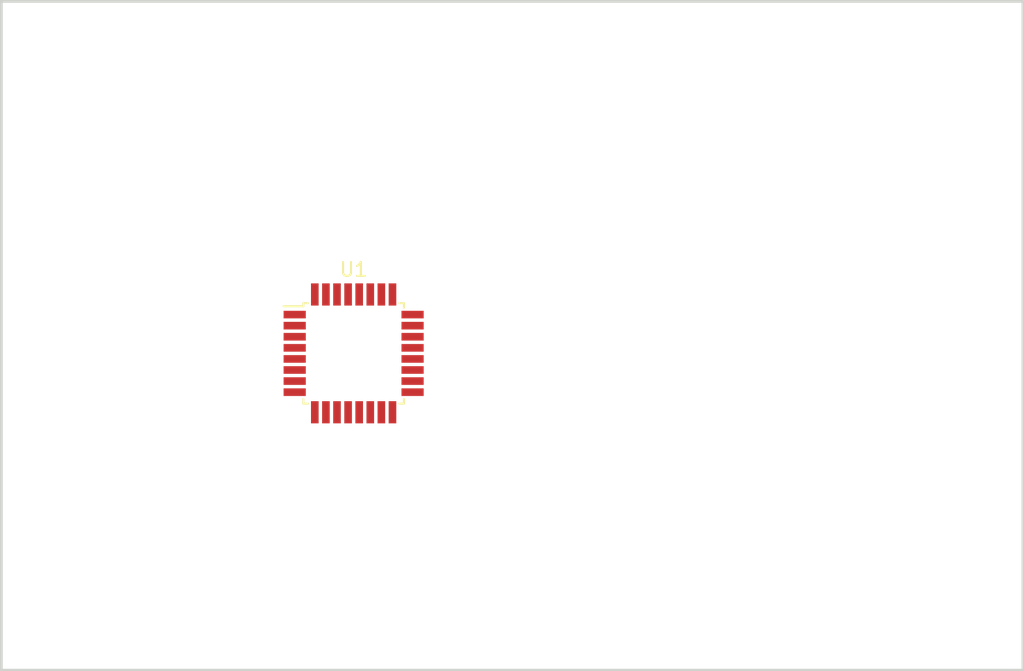
<source format=kicad_pcb>
(kicad_pcb (version 20211014) (generator pcbnew)
  (layers (0 "F.Cu" signal) (31 "B.Cu" signal) (34 "B.Paste" user) (35 "F.Paste" user) (36 "B.SilkS" user "B.Silkscreen") (37 "F.SilkS" user "F.Silkscreen") (38 "B.Mask" user) (39 "F.Mask" user) (44 "Edge.Cuts" user))
  (net 0 "")
  (net 3 "Net-(U1-Pad21)")
  (net 4 "Net-(U1-Pad4)")
  (net 10 "a")
  (footprint "Package_QFP:TQFP-32_7x7mm_P0.8mm" (layer "F.Cu") (at 63.5 60.96)
    (fp_text reference "U1" (at 0 -6.05) (layer "F.SilkS"))
    (fp_text value "ATmega48-20A")
    (fp_line (start -3.625 -3.4) (end -5.05 -3.4) (layer "F.SilkS") (width 0.15))
    (fp_line (start -3.625 3.625) (end -3.625 3.3) (layer "F.SilkS") (width 0.15))
    (fp_line (start -3.625 -3.625) (end -3.625 -3.4) (layer "F.SilkS") (width 0.15))
    (fp_line (start 3.625 3.625) (end 3.625 3.3) (layer "F.SilkS") (width 0.15))
    (fp_line (start -3.625 3.625) (end -3.3 3.625) (layer "F.SilkS") (width 0.15))
    (fp_line (start 3.625 -3.625) (end 3.625 -3.3) (layer "F.SilkS") (width 0.15))
    (fp_line (start 3.625 -3.625) (end 3.3 -3.625) (layer "F.SilkS") (width 0.15))
    (fp_line (start 3.625 3.625) (end 3.3 3.625) (layer "F.SilkS") (width 0.15))
    (fp_line (start -3.625 -3.625) (end -3.3 -3.625) (layer "F.SilkS") (width 0.15))
    (pad "1" smd rect (at -4.25 -2.8) (size 1.6 0.55) (layers "F.Cu" "F.Paste" "F.Mask"))
    (pad "2" smd rect (at -4.25 -2) (size 1.6 0.55) (layers "F.Cu" "F.Paste" "F.Mask"))
    (pad "3" smd rect (at -4.25 -1.2) (size 1.6 0.55) (layers "F.Cu" "F.Paste" "F.Mask") (net 3 "Net-(U1-Pad21)"))
    (pad "4" smd rect (at -4.25 -0.4) (size 1.6 0.55) (layers "F.Cu" "F.Paste" "F.Mask") (net 4 "Net-(U1-Pad4)"))
    (pad "5" smd rect (at -4.25 0.4) (size 1.6 0.55) (layers "F.Cu" "F.Paste" "F.Mask") (net 3 "Net-(U1-Pad21)"))
    (pad "6" smd rect (at -4.25 1.2) (size 1.6 0.55) (layers "F.Cu" "F.Paste" "F.Mask") (net 4 "Net-(U1-Pad4)"))
    (pad "7" smd rect (at -4.25 2) (size 1.6 0.55) (layers "F.Cu" "F.Paste" "F.Mask"))
    (pad "8" smd rect (at -4.25 2.8) (size 1.6 0.55) (layers "F.Cu" "F.Paste" "F.Mask"))
    (pad "9" smd rect (at -2.8 4.25 90) (size 1.6 0.55) (layers "F.Cu" "F.Paste" "F.Mask"))
    (pad "10" smd rect (at -2 4.25 90) (size 1.6 0.55) (layers "F.Cu" "F.Paste" "F.Mask"))
    (pad "11" smd rect (at -1.2 4.25 90) (size 1.6 0.55) (layers "F.Cu" "F.Paste" "F.Mask"))
    (pad "12" smd rect (at -0.4 4.25 90) (size 1.6 0.55) (layers "F.Cu" "F.Paste" "F.Mask") (net 10 "a"))
    (pad "13" smd rect (at 0.4 4.25 90) (size 1.6 0.55) (layers "F.Cu" "F.Paste" "F.Mask"))
    (pad "14" smd rect (at 1.2 4.25 90) (size 1.6 0.55) (layers "F.Cu" "F.Paste" "F.Mask"))
    (pad "15" smd rect (at 2 4.25 90) (size 1.6 0.55) (layers "F.Cu" "F.Paste" "F.Mask"))
    (pad "16" smd rect (at 2.8 4.25 90) (size 1.6 0.55) (layers "F.Cu" "F.Paste" "F.Mask"))
    (pad "17" smd rect (at 4.25 2.8) (size 1.6 0.55) (layers "F.Cu" "F.Paste" "F.Mask"))
    (pad "18" smd rect (at 4.25 2) (size 1.6 0.55) (layers "F.Cu" "F.Paste" "F.Mask"))
    (pad "19" smd rect (at 4.25 1.2) (size 1.6 0.55) (layers "F.Cu" "F.Paste" "F.Mask"))
    (pad "20" smd rect (at 4.25 0.4) (size 1.6 0.55) (layers "F.Cu" "F.Paste" "F.Mask"))
    (pad "21" smd rect (at 4.25 -0.4) (size 1.6 0.55) (layers "F.Cu" "F.Paste" "F.Mask") (net 3 "Net-(U1-Pad21)"))
    (pad "22" smd rect (at 4.25 -1.2) (size 1.6 0.55) (layers "F.Cu" "F.Paste" "F.Mask"))
    (pad "23" smd rect (at 4.25 -2) (size 1.6 0.55) (layers "F.Cu" "F.Paste" "F.Mask"))
    (pad "24" smd rect (at 4.25 -2.8) (size 1.6 0.55) (layers "F.Cu" "F.Paste" "F.Mask"))
    (pad "25" smd rect (at 2.8 -4.25 90) (size 1.6 0.55) (layers "F.Cu" "F.Paste" "F.Mask"))
    (pad "26" smd rect (at 2 -4.25 90) (size 1.6 0.55) (layers "F.Cu" "F.Paste" "F.Mask"))
    (pad "27" smd rect (at 1.2 -4.25 90) (size 1.6 0.55) (layers "F.Cu" "F.Paste" "F.Mask"))
    (pad "28" smd rect (at 0.4 -4.25 90) (size 1.6 0.55) (layers "F.Cu" "F.Paste" "F.Mask"))
    (pad "29" smd rect (at -0.4 -4.25 90) (size 1.6 0.55) (layers "F.Cu" "F.Paste" "F.Mask"))
    (pad "30" smd rect (at -1.2 -4.25 90) (size 1.6 0.55) (layers "F.Cu" "F.Paste" "F.Mask"))
    (pad "31" smd rect (at -2 -4.25 90) (size 1.6 0.55) (layers "F.Cu" "F.Paste" "F.Mask"))
    (pad "32" smd rect (at -2.8 -4.25 90) (size 1.6 0.55) (layers "F.Cu" "F.Paste" "F.Mask"))
  )
  (gr_rect (start 38.1 35.56) (end 111.76 83.82) (layer "Edge.Cuts") (width 0.2) (fill none))
)
</source>
